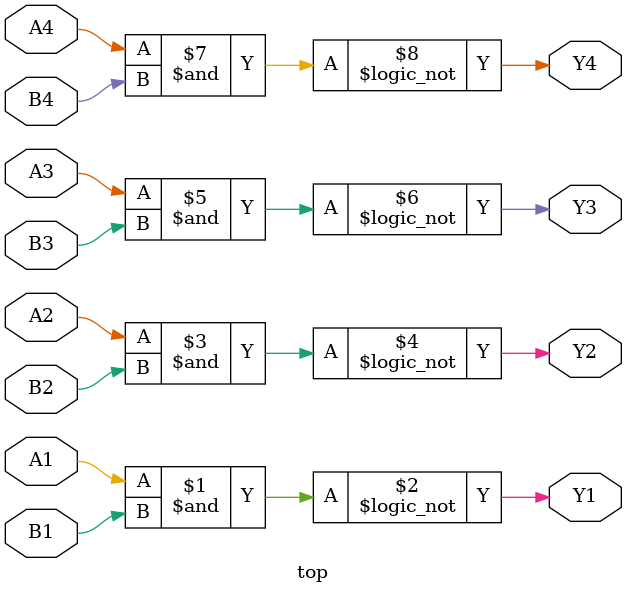
<source format=v>

/*
 * 74x00: Quad 2-input NAND gate
 */
module top(A1, B1, Y1,
           A2, B2, Y2,
           A3, B3, Y3,
           A4, B4, Y4);

   (* LOC = "FB1_1" *) input A1;
   (* LOC = "FB1_2" *) input B1;
   (* LOC = "FB1_3" *) output Y1;

   (* LOC = "FB1_4" *) input A2;
   (* LOC = "FB1_5" *) input B2;
   (* LOC = "FB1_6" *) output Y2;

   (* LOC = "FB1_7" *) input A3;
   (* LOC = "FB1_8" *) input B3;
   (* LOC = "FB1_9" *) output Y3;

   (* LOC = "FB1_10" *) input A4;
   (* LOC = "FB1_11" *) input B4;
   (* LOC = "FB1_12" *) output Y4;

   assign Y1 = !(A1 & B1);
   assign Y2 = !(A2 & B2);
   assign Y3 = !(A3 & B3);
   assign Y4 = !(A4 & B4);

endmodule

</source>
